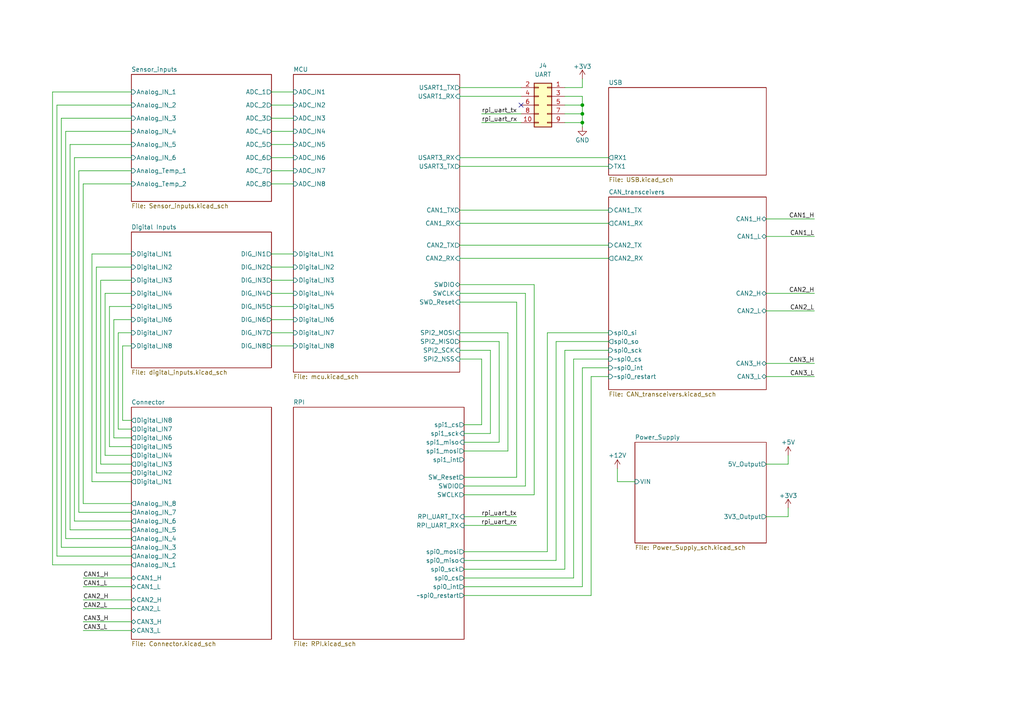
<source format=kicad_sch>
(kicad_sch
	(version 20231120)
	(generator "eeschema")
	(generator_version "8.0")
	(uuid "e98116d6-d764-40d2-a2d9-7fbc112dfc40")
	(paper "A4")
	(lib_symbols
		(symbol "Connector_Generic:Conn_02x05_Odd_Even"
			(pin_names
				(offset 1.016) hide)
			(exclude_from_sim no)
			(in_bom yes)
			(on_board yes)
			(property "Reference" "J"
				(at 1.27 7.62 0)
				(effects
					(font
						(size 1.27 1.27)
					)
				)
			)
			(property "Value" "Conn_02x05_Odd_Even"
				(at 1.27 -7.62 0)
				(effects
					(font
						(size 1.27 1.27)
					)
				)
			)
			(property "Footprint" ""
				(at 0 0 0)
				(effects
					(font
						(size 1.27 1.27)
					)
					(hide yes)
				)
			)
			(property "Datasheet" "~"
				(at 0 0 0)
				(effects
					(font
						(size 1.27 1.27)
					)
					(hide yes)
				)
			)
			(property "Description" "Generic connector, double row, 02x05, odd/even pin numbering scheme (row 1 odd numbers, row 2 even numbers), script generated (kicad-library-utils/schlib/autogen/connector/)"
				(at 0 0 0)
				(effects
					(font
						(size 1.27 1.27)
					)
					(hide yes)
				)
			)
			(property "ki_keywords" "connector"
				(at 0 0 0)
				(effects
					(font
						(size 1.27 1.27)
					)
					(hide yes)
				)
			)
			(property "ki_fp_filters" "Connector*:*_2x??_*"
				(at 0 0 0)
				(effects
					(font
						(size 1.27 1.27)
					)
					(hide yes)
				)
			)
			(symbol "Conn_02x05_Odd_Even_1_1"
				(rectangle
					(start -1.27 -4.953)
					(end 0 -5.207)
					(stroke
						(width 0.1524)
						(type default)
					)
					(fill
						(type none)
					)
				)
				(rectangle
					(start -1.27 -2.413)
					(end 0 -2.667)
					(stroke
						(width 0.1524)
						(type default)
					)
					(fill
						(type none)
					)
				)
				(rectangle
					(start -1.27 0.127)
					(end 0 -0.127)
					(stroke
						(width 0.1524)
						(type default)
					)
					(fill
						(type none)
					)
				)
				(rectangle
					(start -1.27 2.667)
					(end 0 2.413)
					(stroke
						(width 0.1524)
						(type default)
					)
					(fill
						(type none)
					)
				)
				(rectangle
					(start -1.27 5.207)
					(end 0 4.953)
					(stroke
						(width 0.1524)
						(type default)
					)
					(fill
						(type none)
					)
				)
				(rectangle
					(start -1.27 6.35)
					(end 3.81 -6.35)
					(stroke
						(width 0.254)
						(type default)
					)
					(fill
						(type background)
					)
				)
				(rectangle
					(start 3.81 -4.953)
					(end 2.54 -5.207)
					(stroke
						(width 0.1524)
						(type default)
					)
					(fill
						(type none)
					)
				)
				(rectangle
					(start 3.81 -2.413)
					(end 2.54 -2.667)
					(stroke
						(width 0.1524)
						(type default)
					)
					(fill
						(type none)
					)
				)
				(rectangle
					(start 3.81 0.127)
					(end 2.54 -0.127)
					(stroke
						(width 0.1524)
						(type default)
					)
					(fill
						(type none)
					)
				)
				(rectangle
					(start 3.81 2.667)
					(end 2.54 2.413)
					(stroke
						(width 0.1524)
						(type default)
					)
					(fill
						(type none)
					)
				)
				(rectangle
					(start 3.81 5.207)
					(end 2.54 4.953)
					(stroke
						(width 0.1524)
						(type default)
					)
					(fill
						(type none)
					)
				)
				(pin passive line
					(at -5.08 5.08 0)
					(length 3.81)
					(name "Pin_1"
						(effects
							(font
								(size 1.27 1.27)
							)
						)
					)
					(number "1"
						(effects
							(font
								(size 1.27 1.27)
							)
						)
					)
				)
				(pin passive line
					(at 7.62 -5.08 180)
					(length 3.81)
					(name "Pin_10"
						(effects
							(font
								(size 1.27 1.27)
							)
						)
					)
					(number "10"
						(effects
							(font
								(size 1.27 1.27)
							)
						)
					)
				)
				(pin passive line
					(at 7.62 5.08 180)
					(length 3.81)
					(name "Pin_2"
						(effects
							(font
								(size 1.27 1.27)
							)
						)
					)
					(number "2"
						(effects
							(font
								(size 1.27 1.27)
							)
						)
					)
				)
				(pin passive line
					(at -5.08 2.54 0)
					(length 3.81)
					(name "Pin_3"
						(effects
							(font
								(size 1.27 1.27)
							)
						)
					)
					(number "3"
						(effects
							(font
								(size 1.27 1.27)
							)
						)
					)
				)
				(pin passive line
					(at 7.62 2.54 180)
					(length 3.81)
					(name "Pin_4"
						(effects
							(font
								(size 1.27 1.27)
							)
						)
					)
					(number "4"
						(effects
							(font
								(size 1.27 1.27)
							)
						)
					)
				)
				(pin passive line
					(at -5.08 0 0)
					(length 3.81)
					(name "Pin_5"
						(effects
							(font
								(size 1.27 1.27)
							)
						)
					)
					(number "5"
						(effects
							(font
								(size 1.27 1.27)
							)
						)
					)
				)
				(pin passive line
					(at 7.62 0 180)
					(length 3.81)
					(name "Pin_6"
						(effects
							(font
								(size 1.27 1.27)
							)
						)
					)
					(number "6"
						(effects
							(font
								(size 1.27 1.27)
							)
						)
					)
				)
				(pin passive line
					(at -5.08 -2.54 0)
					(length 3.81)
					(name "Pin_7"
						(effects
							(font
								(size 1.27 1.27)
							)
						)
					)
					(number "7"
						(effects
							(font
								(size 1.27 1.27)
							)
						)
					)
				)
				(pin passive line
					(at 7.62 -2.54 180)
					(length 3.81)
					(name "Pin_8"
						(effects
							(font
								(size 1.27 1.27)
							)
						)
					)
					(number "8"
						(effects
							(font
								(size 1.27 1.27)
							)
						)
					)
				)
				(pin passive line
					(at -5.08 -5.08 0)
					(length 3.81)
					(name "Pin_9"
						(effects
							(font
								(size 1.27 1.27)
							)
						)
					)
					(number "9"
						(effects
							(font
								(size 1.27 1.27)
							)
						)
					)
				)
			)
		)
		(symbol "power:+12V"
			(power)
			(pin_names
				(offset 0)
			)
			(exclude_from_sim no)
			(in_bom yes)
			(on_board yes)
			(property "Reference" "#PWR"
				(at 0 -3.81 0)
				(effects
					(font
						(size 1.27 1.27)
					)
					(hide yes)
				)
			)
			(property "Value" "+12V"
				(at 0 3.556 0)
				(effects
					(font
						(size 1.27 1.27)
					)
				)
			)
			(property "Footprint" ""
				(at 0 0 0)
				(effects
					(font
						(size 1.27 1.27)
					)
					(hide yes)
				)
			)
			(property "Datasheet" ""
				(at 0 0 0)
				(effects
					(font
						(size 1.27 1.27)
					)
					(hide yes)
				)
			)
			(property "Description" "Power symbol creates a global label with name \"+12V\""
				(at 0 0 0)
				(effects
					(font
						(size 1.27 1.27)
					)
					(hide yes)
				)
			)
			(property "ki_keywords" "global power"
				(at 0 0 0)
				(effects
					(font
						(size 1.27 1.27)
					)
					(hide yes)
				)
			)
			(symbol "+12V_0_1"
				(polyline
					(pts
						(xy -0.762 1.27) (xy 0 2.54)
					)
					(stroke
						(width 0)
						(type default)
					)
					(fill
						(type none)
					)
				)
				(polyline
					(pts
						(xy 0 0) (xy 0 2.54)
					)
					(stroke
						(width 0)
						(type default)
					)
					(fill
						(type none)
					)
				)
				(polyline
					(pts
						(xy 0 2.54) (xy 0.762 1.27)
					)
					(stroke
						(width 0)
						(type default)
					)
					(fill
						(type none)
					)
				)
			)
			(symbol "+12V_1_1"
				(pin power_in line
					(at 0 0 90)
					(length 0) hide
					(name "+12V"
						(effects
							(font
								(size 1.27 1.27)
							)
						)
					)
					(number "1"
						(effects
							(font
								(size 1.27 1.27)
							)
						)
					)
				)
			)
		)
		(symbol "power:+3V3"
			(power)
			(pin_numbers hide)
			(pin_names
				(offset 0) hide)
			(exclude_from_sim no)
			(in_bom yes)
			(on_board yes)
			(property "Reference" "#PWR"
				(at 0 -3.81 0)
				(effects
					(font
						(size 1.27 1.27)
					)
					(hide yes)
				)
			)
			(property "Value" "+3V3"
				(at 0 3.556 0)
				(effects
					(font
						(size 1.27 1.27)
					)
				)
			)
			(property "Footprint" ""
				(at 0 0 0)
				(effects
					(font
						(size 1.27 1.27)
					)
					(hide yes)
				)
			)
			(property "Datasheet" ""
				(at 0 0 0)
				(effects
					(font
						(size 1.27 1.27)
					)
					(hide yes)
				)
			)
			(property "Description" "Power symbol creates a global label with name \"+3V3\""
				(at 0 0 0)
				(effects
					(font
						(size 1.27 1.27)
					)
					(hide yes)
				)
			)
			(property "ki_keywords" "global power"
				(at 0 0 0)
				(effects
					(font
						(size 1.27 1.27)
					)
					(hide yes)
				)
			)
			(symbol "+3V3_0_1"
				(polyline
					(pts
						(xy -0.762 1.27) (xy 0 2.54)
					)
					(stroke
						(width 0)
						(type default)
					)
					(fill
						(type none)
					)
				)
				(polyline
					(pts
						(xy 0 0) (xy 0 2.54)
					)
					(stroke
						(width 0)
						(type default)
					)
					(fill
						(type none)
					)
				)
				(polyline
					(pts
						(xy 0 2.54) (xy 0.762 1.27)
					)
					(stroke
						(width 0)
						(type default)
					)
					(fill
						(type none)
					)
				)
			)
			(symbol "+3V3_1_1"
				(pin power_in line
					(at 0 0 90)
					(length 0)
					(name "~"
						(effects
							(font
								(size 1.27 1.27)
							)
						)
					)
					(number "1"
						(effects
							(font
								(size 1.27 1.27)
							)
						)
					)
				)
			)
		)
		(symbol "power:+5V"
			(power)
			(pin_names
				(offset 0)
			)
			(exclude_from_sim no)
			(in_bom yes)
			(on_board yes)
			(property "Reference" "#PWR"
				(at 0 -3.81 0)
				(effects
					(font
						(size 1.27 1.27)
					)
					(hide yes)
				)
			)
			(property "Value" "+5V"
				(at 0 3.556 0)
				(effects
					(font
						(size 1.27 1.27)
					)
				)
			)
			(property "Footprint" ""
				(at 0 0 0)
				(effects
					(font
						(size 1.27 1.27)
					)
					(hide yes)
				)
			)
			(property "Datasheet" ""
				(at 0 0 0)
				(effects
					(font
						(size 1.27 1.27)
					)
					(hide yes)
				)
			)
			(property "Description" "Power symbol creates a global label with name \"+5V\""
				(at 0 0 0)
				(effects
					(font
						(size 1.27 1.27)
					)
					(hide yes)
				)
			)
			(property "ki_keywords" "power-flag"
				(at 0 0 0)
				(effects
					(font
						(size 1.27 1.27)
					)
					(hide yes)
				)
			)
			(symbol "+5V_0_1"
				(polyline
					(pts
						(xy -0.762 1.27) (xy 0 2.54)
					)
					(stroke
						(width 0)
						(type default)
					)
					(fill
						(type none)
					)
				)
				(polyline
					(pts
						(xy 0 0) (xy 0 2.54)
					)
					(stroke
						(width 0)
						(type default)
					)
					(fill
						(type none)
					)
				)
				(polyline
					(pts
						(xy 0 2.54) (xy 0.762 1.27)
					)
					(stroke
						(width 0)
						(type default)
					)
					(fill
						(type none)
					)
				)
			)
			(symbol "+5V_1_1"
				(pin power_in line
					(at 0 0 90)
					(length 0) hide
					(name "+5V"
						(effects
							(font
								(size 1.27 1.27)
							)
						)
					)
					(number "1"
						(effects
							(font
								(size 1.27 1.27)
							)
						)
					)
				)
			)
		)
		(symbol "power:GND"
			(power)
			(pin_numbers hide)
			(pin_names
				(offset 0) hide)
			(exclude_from_sim no)
			(in_bom yes)
			(on_board yes)
			(property "Reference" "#PWR"
				(at 0 -6.35 0)
				(effects
					(font
						(size 1.27 1.27)
					)
					(hide yes)
				)
			)
			(property "Value" "GND"
				(at 0 -3.81 0)
				(effects
					(font
						(size 1.27 1.27)
					)
				)
			)
			(property "Footprint" ""
				(at 0 0 0)
				(effects
					(font
						(size 1.27 1.27)
					)
					(hide yes)
				)
			)
			(property "Datasheet" ""
				(at 0 0 0)
				(effects
					(font
						(size 1.27 1.27)
					)
					(hide yes)
				)
			)
			(property "Description" "Power symbol creates a global label with name \"GND\" , ground"
				(at 0 0 0)
				(effects
					(font
						(size 1.27 1.27)
					)
					(hide yes)
				)
			)
			(property "ki_keywords" "global power"
				(at 0 0 0)
				(effects
					(font
						(size 1.27 1.27)
					)
					(hide yes)
				)
			)
			(symbol "GND_0_1"
				(polyline
					(pts
						(xy 0 0) (xy 0 -1.27) (xy 1.27 -1.27) (xy 0 -2.54) (xy -1.27 -1.27) (xy 0 -1.27)
					)
					(stroke
						(width 0)
						(type default)
					)
					(fill
						(type none)
					)
				)
			)
			(symbol "GND_1_1"
				(pin power_in line
					(at 0 0 270)
					(length 0)
					(name "~"
						(effects
							(font
								(size 1.27 1.27)
							)
						)
					)
					(number "1"
						(effects
							(font
								(size 1.27 1.27)
							)
						)
					)
				)
			)
		)
	)
	(junction
		(at 168.91 33.02)
		(diameter 0)
		(color 0 0 0 0)
		(uuid "3422dee6-397c-4997-af2e-17668a4985bf")
	)
	(junction
		(at 168.91 35.56)
		(diameter 0)
		(color 0 0 0 0)
		(uuid "6021cbc7-ec07-41ab-b8b8-1e9581e363da")
	)
	(junction
		(at 168.91 30.48)
		(diameter 0)
		(color 0 0 0 0)
		(uuid "68d5ee87-8ff6-4d9e-93a2-2ac2eb72cebd")
	)
	(no_connect
		(at 151.13 30.48)
		(uuid "f33f5de1-7368-415a-9f6d-5950e206d291")
	)
	(wire
		(pts
			(xy 38.1 77.47) (xy 27.94 77.47)
		)
		(stroke
			(width 0)
			(type default)
		)
		(uuid "005ffe02-e7b8-4945-b5ce-807f000d9fc0")
	)
	(wire
		(pts
			(xy 154.94 143.51) (xy 154.94 82.55)
		)
		(stroke
			(width 0)
			(type default)
		)
		(uuid "06a434e8-b35c-4606-9691-a48c37b86abe")
	)
	(wire
		(pts
			(xy 33.02 127) (xy 33.02 92.71)
		)
		(stroke
			(width 0)
			(type default)
		)
		(uuid "07714243-2e27-4831-8b1e-be6904307775")
	)
	(wire
		(pts
			(xy 134.62 172.72) (xy 171.45 172.72)
		)
		(stroke
			(width 0)
			(type default)
		)
		(uuid "0aaf4bc9-880e-41aa-a739-18beacd7b446")
	)
	(wire
		(pts
			(xy 163.83 101.6) (xy 176.53 101.6)
		)
		(stroke
			(width 0)
			(type default)
		)
		(uuid "0c074089-d545-453b-93af-6448c6e93ea9")
	)
	(wire
		(pts
			(xy 222.25 90.17) (xy 236.22 90.17)
		)
		(stroke
			(width 0)
			(type default)
		)
		(uuid "0fbb1f34-83e6-4ab3-9f9b-9e01024d52c8")
	)
	(wire
		(pts
			(xy 38.1 146.05) (xy 24.13 146.05)
		)
		(stroke
			(width 0)
			(type default)
		)
		(uuid "10389850-a372-450a-a0a9-65f957af49a8")
	)
	(wire
		(pts
			(xy 15.24 26.67) (xy 15.24 163.83)
		)
		(stroke
			(width 0)
			(type default)
		)
		(uuid "109868d6-80d2-499d-9b47-62f9167a082f")
	)
	(wire
		(pts
			(xy 24.13 173.99) (xy 38.1 173.99)
		)
		(stroke
			(width 0)
			(type default)
		)
		(uuid "116c9223-3d4e-406a-9b55-642f740428e4")
	)
	(wire
		(pts
			(xy 38.1 153.67) (xy 20.32 153.67)
		)
		(stroke
			(width 0)
			(type default)
		)
		(uuid "169f664a-8426-44b6-a8a2-9eb5b62eb1f6")
	)
	(wire
		(pts
			(xy 171.45 109.22) (xy 176.53 109.22)
		)
		(stroke
			(width 0)
			(type default)
		)
		(uuid "18433d47-5b1a-4c48-9426-f35bd46b9470")
	)
	(wire
		(pts
			(xy 26.67 139.7) (xy 26.67 73.66)
		)
		(stroke
			(width 0)
			(type default)
		)
		(uuid "18cebd67-deb6-4e8f-9047-1a2bc829e14b")
	)
	(wire
		(pts
			(xy 38.1 127) (xy 33.02 127)
		)
		(stroke
			(width 0)
			(type default)
		)
		(uuid "1b0cf3c2-1968-4029-8ed6-dee58598ccf3")
	)
	(wire
		(pts
			(xy 134.62 143.51) (xy 154.94 143.51)
		)
		(stroke
			(width 0)
			(type default)
		)
		(uuid "1c9bc0dd-8bc7-41a4-9cf3-b894674851de")
	)
	(wire
		(pts
			(xy 222.25 149.86) (xy 228.6 149.86)
		)
		(stroke
			(width 0)
			(type default)
		)
		(uuid "1eb11b11-b577-4207-a989-38e4777a5ef7")
	)
	(wire
		(pts
			(xy 222.25 105.41) (xy 236.22 105.41)
		)
		(stroke
			(width 0)
			(type default)
		)
		(uuid "1ebff175-9317-43f9-9eb3-589830b7f20c")
	)
	(wire
		(pts
			(xy 78.74 45.72) (xy 85.09 45.72)
		)
		(stroke
			(width 0)
			(type default)
		)
		(uuid "1f09fc21-71b6-4a2e-9ff0-4413981a0738")
	)
	(wire
		(pts
			(xy 30.48 132.08) (xy 38.1 132.08)
		)
		(stroke
			(width 0)
			(type default)
		)
		(uuid "2371e7d6-1685-47c8-8992-86f874669d7c")
	)
	(wire
		(pts
			(xy 38.1 158.75) (xy 17.78 158.75)
		)
		(stroke
			(width 0)
			(type default)
		)
		(uuid "26eb2d7a-8a64-4636-8c36-ce4234795d55")
	)
	(wire
		(pts
			(xy 78.74 38.1) (xy 85.09 38.1)
		)
		(stroke
			(width 0)
			(type default)
		)
		(uuid "27247a47-655a-401c-981b-35380f170c63")
	)
	(wire
		(pts
			(xy 134.62 149.86) (xy 149.86 149.86)
		)
		(stroke
			(width 0)
			(type default)
		)
		(uuid "2a685dda-a1e0-422c-aa1e-878878f53428")
	)
	(wire
		(pts
			(xy 133.35 104.14) (xy 139.7 104.14)
		)
		(stroke
			(width 0)
			(type default)
		)
		(uuid "2ce2720e-c985-4e18-b498-7f4a7fdc36d5")
	)
	(wire
		(pts
			(xy 133.35 60.96) (xy 176.53 60.96)
		)
		(stroke
			(width 0)
			(type default)
		)
		(uuid "2dab85d5-b168-40a3-8c39-7001291ab1a9")
	)
	(wire
		(pts
			(xy 27.94 137.16) (xy 38.1 137.16)
		)
		(stroke
			(width 0)
			(type default)
		)
		(uuid "2debb104-8e11-4a66-b6d1-b060a7de367f")
	)
	(wire
		(pts
			(xy 78.74 30.48) (xy 85.09 30.48)
		)
		(stroke
			(width 0)
			(type default)
		)
		(uuid "2ebd7ef5-fea0-4b3e-91ff-9cfd1b5e9a4f")
	)
	(wire
		(pts
			(xy 222.25 63.5) (xy 236.22 63.5)
		)
		(stroke
			(width 0)
			(type default)
		)
		(uuid "30484a56-31eb-4ce7-89af-4dc3b5d890c1")
	)
	(wire
		(pts
			(xy 152.4 85.09) (xy 152.4 140.97)
		)
		(stroke
			(width 0)
			(type default)
		)
		(uuid "31743ee6-1327-4b8f-8145-866ac4720c37")
	)
	(wire
		(pts
			(xy 134.62 152.4) (xy 149.86 152.4)
		)
		(stroke
			(width 0)
			(type default)
		)
		(uuid "32847c70-6a92-494f-8e71-1d90f71be7ab")
	)
	(wire
		(pts
			(xy 24.13 170.18) (xy 38.1 170.18)
		)
		(stroke
			(width 0)
			(type default)
		)
		(uuid "32bedb3c-6bfb-410f-855a-13b702bea424")
	)
	(wire
		(pts
			(xy 154.94 82.55) (xy 133.35 82.55)
		)
		(stroke
			(width 0)
			(type default)
		)
		(uuid "33ee6072-1aac-45a5-8f0b-a71a6a492a75")
	)
	(wire
		(pts
			(xy 21.59 151.13) (xy 21.59 45.72)
		)
		(stroke
			(width 0)
			(type default)
		)
		(uuid "34881dba-83d1-434f-9e1d-742097d73687")
	)
	(wire
		(pts
			(xy 24.13 167.64) (xy 38.1 167.64)
		)
		(stroke
			(width 0)
			(type default)
		)
		(uuid "34e09ba0-d627-4bae-a36b-9b5019b78d96")
	)
	(wire
		(pts
			(xy 163.83 33.02) (xy 168.91 33.02)
		)
		(stroke
			(width 0)
			(type default)
		)
		(uuid "3739b313-6873-40be-a77d-d4a5e84d99ca")
	)
	(wire
		(pts
			(xy 134.62 165.1) (xy 163.83 165.1)
		)
		(stroke
			(width 0)
			(type default)
		)
		(uuid "380cb947-a855-4288-8a44-cdd5062f9012")
	)
	(wire
		(pts
			(xy 35.56 121.92) (xy 35.56 100.33)
		)
		(stroke
			(width 0)
			(type default)
		)
		(uuid "38e82613-e014-4ca7-b078-a049ce411ffc")
	)
	(wire
		(pts
			(xy 166.37 167.64) (xy 166.37 104.14)
		)
		(stroke
			(width 0)
			(type default)
		)
		(uuid "395a77dd-255b-4a0d-a04a-191f0d7f04fc")
	)
	(wire
		(pts
			(xy 38.1 148.59) (xy 22.86 148.59)
		)
		(stroke
			(width 0)
			(type default)
		)
		(uuid "3cdd7a52-4b0d-4a57-adf1-79e8bb44d0e5")
	)
	(wire
		(pts
			(xy 15.24 163.83) (xy 38.1 163.83)
		)
		(stroke
			(width 0)
			(type default)
		)
		(uuid "3db8e89c-a234-448f-88de-e6310ab87570")
	)
	(wire
		(pts
			(xy 133.35 74.93) (xy 176.53 74.93)
		)
		(stroke
			(width 0)
			(type default)
		)
		(uuid "413eb35b-0065-4bcf-9e36-dd70d78791f2")
	)
	(wire
		(pts
			(xy 168.91 27.94) (xy 168.91 30.48)
		)
		(stroke
			(width 0)
			(type default)
		)
		(uuid "428f489a-8e49-4cdb-9337-79cc3b5db379")
	)
	(wire
		(pts
			(xy 78.74 85.09) (xy 85.09 85.09)
		)
		(stroke
			(width 0)
			(type default)
		)
		(uuid "430c89b0-6ab6-4945-ae60-fda0ae6372a6")
	)
	(wire
		(pts
			(xy 144.78 99.06) (xy 144.78 128.27)
		)
		(stroke
			(width 0)
			(type default)
		)
		(uuid "43bb171a-8aa4-4a32-876f-9e228b971692")
	)
	(wire
		(pts
			(xy 30.48 85.09) (xy 30.48 132.08)
		)
		(stroke
			(width 0)
			(type default)
		)
		(uuid "47286187-01b1-4e57-bda0-4cac7151b406")
	)
	(wire
		(pts
			(xy 142.24 125.73) (xy 134.62 125.73)
		)
		(stroke
			(width 0)
			(type default)
		)
		(uuid "481b1ec6-bf8d-446c-afc9-a1f2e0677185")
	)
	(wire
		(pts
			(xy 168.91 170.18) (xy 168.91 106.68)
		)
		(stroke
			(width 0)
			(type default)
		)
		(uuid "4830f193-9a08-404c-9e87-33b04d534464")
	)
	(wire
		(pts
			(xy 29.21 134.62) (xy 29.21 81.28)
		)
		(stroke
			(width 0)
			(type default)
		)
		(uuid "48478e40-3d72-4879-9778-cfdcc0e32530")
	)
	(wire
		(pts
			(xy 168.91 106.68) (xy 176.53 106.68)
		)
		(stroke
			(width 0)
			(type default)
		)
		(uuid "48eb32d0-182a-497a-a3e2-d00d3d3a3670")
	)
	(wire
		(pts
			(xy 38.1 129.54) (xy 31.75 129.54)
		)
		(stroke
			(width 0)
			(type default)
		)
		(uuid "4d54dffc-727b-49d5-81a1-69fa7883da29")
	)
	(wire
		(pts
			(xy 134.62 160.02) (xy 158.75 160.02)
		)
		(stroke
			(width 0)
			(type default)
		)
		(uuid "4dbd9a2f-9e0a-47eb-9a47-7d24d2e09f78")
	)
	(wire
		(pts
			(xy 34.29 96.52) (xy 34.29 124.46)
		)
		(stroke
			(width 0)
			(type default)
		)
		(uuid "4e6cee79-e531-4f77-a934-7e2633a5d718")
	)
	(wire
		(pts
			(xy 24.13 146.05) (xy 24.13 53.34)
		)
		(stroke
			(width 0)
			(type default)
		)
		(uuid "51274d55-f205-4343-b84a-76d785fca7b5")
	)
	(wire
		(pts
			(xy 133.35 85.09) (xy 152.4 85.09)
		)
		(stroke
			(width 0)
			(type default)
		)
		(uuid "53778842-073a-4327-9bde-c643d35930f5")
	)
	(wire
		(pts
			(xy 31.75 88.9) (xy 38.1 88.9)
		)
		(stroke
			(width 0)
			(type default)
		)
		(uuid "57a995c0-a207-4230-8f6e-c908f5de94e2")
	)
	(wire
		(pts
			(xy 133.35 27.94) (xy 151.13 27.94)
		)
		(stroke
			(width 0)
			(type default)
		)
		(uuid "595eb348-ad33-4a58-a72e-996c1516e47f")
	)
	(wire
		(pts
			(xy 184.15 139.7) (xy 179.07 139.7)
		)
		(stroke
			(width 0)
			(type default)
		)
		(uuid "5dc1e746-05bd-4b60-bc37-954f97ab344c")
	)
	(wire
		(pts
			(xy 78.74 49.53) (xy 85.09 49.53)
		)
		(stroke
			(width 0)
			(type default)
		)
		(uuid "5dc67192-7228-48d3-9ad0-a3d7ad03430c")
	)
	(wire
		(pts
			(xy 133.35 64.77) (xy 176.53 64.77)
		)
		(stroke
			(width 0)
			(type default)
		)
		(uuid "5e7375b9-c650-4a1e-9b69-18ddd7177eee")
	)
	(wire
		(pts
			(xy 166.37 104.14) (xy 176.53 104.14)
		)
		(stroke
			(width 0)
			(type default)
		)
		(uuid "5e85c3fa-daf7-4586-bde3-e3f007dea258")
	)
	(wire
		(pts
			(xy 133.35 45.72) (xy 176.53 45.72)
		)
		(stroke
			(width 0)
			(type default)
		)
		(uuid "5effde2a-9e0f-4910-a976-9a544d0a91ed")
	)
	(wire
		(pts
			(xy 78.74 92.71) (xy 85.09 92.71)
		)
		(stroke
			(width 0)
			(type default)
		)
		(uuid "615bf594-df62-470a-a4cc-96fa1c9b3f22")
	)
	(wire
		(pts
			(xy 168.91 33.02) (xy 168.91 35.56)
		)
		(stroke
			(width 0)
			(type default)
		)
		(uuid "61a0d98b-7f23-414d-a2c8-2791d5429ba0")
	)
	(wire
		(pts
			(xy 78.74 88.9) (xy 85.09 88.9)
		)
		(stroke
			(width 0)
			(type default)
		)
		(uuid "62326e55-b88a-4dd8-a424-fe18fd4fa986")
	)
	(wire
		(pts
			(xy 38.1 26.67) (xy 15.24 26.67)
		)
		(stroke
			(width 0)
			(type default)
		)
		(uuid "6437a478-7efb-420a-b70c-590211830826")
	)
	(wire
		(pts
			(xy 133.35 25.4) (xy 151.13 25.4)
		)
		(stroke
			(width 0)
			(type default)
		)
		(uuid "65067a19-73f1-4308-ac95-4b8458d2e736")
	)
	(wire
		(pts
			(xy 222.25 68.58) (xy 236.22 68.58)
		)
		(stroke
			(width 0)
			(type default)
		)
		(uuid "68d5d5e6-39b7-43ab-896a-5e46d4518abe")
	)
	(wire
		(pts
			(xy 26.67 73.66) (xy 38.1 73.66)
		)
		(stroke
			(width 0)
			(type default)
		)
		(uuid "6aa3e291-eb5a-4eaa-9882-10e1f53d8d5d")
	)
	(wire
		(pts
			(xy 16.51 30.48) (xy 38.1 30.48)
		)
		(stroke
			(width 0)
			(type default)
		)
		(uuid "6f60f727-ba39-4384-9595-0e0a942e90fe")
	)
	(wire
		(pts
			(xy 17.78 34.29) (xy 38.1 34.29)
		)
		(stroke
			(width 0)
			(type default)
		)
		(uuid "6ff0f6c6-7ea7-453e-8118-ad046ac88c9c")
	)
	(wire
		(pts
			(xy 78.74 73.66) (xy 85.09 73.66)
		)
		(stroke
			(width 0)
			(type default)
		)
		(uuid "72700eaf-d86b-426a-b947-f192914b436a")
	)
	(wire
		(pts
			(xy 142.24 101.6) (xy 142.24 125.73)
		)
		(stroke
			(width 0)
			(type default)
		)
		(uuid "73bca017-4cfa-4123-af1c-8c300f69777a")
	)
	(wire
		(pts
			(xy 38.1 121.92) (xy 35.56 121.92)
		)
		(stroke
			(width 0)
			(type default)
		)
		(uuid "7470fb38-b9ef-4172-9dc1-c096392ac6e0")
	)
	(wire
		(pts
			(xy 78.74 26.67) (xy 85.09 26.67)
		)
		(stroke
			(width 0)
			(type default)
		)
		(uuid "76f41024-609f-4cf5-ab6e-51d3d30a073f")
	)
	(wire
		(pts
			(xy 158.75 160.02) (xy 158.75 96.52)
		)
		(stroke
			(width 0)
			(type default)
		)
		(uuid "77c2e8a0-9b27-470f-9a1f-1e6d53f4d59b")
	)
	(wire
		(pts
			(xy 139.7 104.14) (xy 139.7 123.19)
		)
		(stroke
			(width 0)
			(type default)
		)
		(uuid "79dec898-3a32-4f0d-a5f3-414ebd099c24")
	)
	(wire
		(pts
			(xy 179.07 139.7) (xy 179.07 135.89)
		)
		(stroke
			(width 0)
			(type default)
		)
		(uuid "7c185bbd-689b-44b9-a72d-be2bdcdcfe3f")
	)
	(wire
		(pts
			(xy 158.75 96.52) (xy 176.53 96.52)
		)
		(stroke
			(width 0)
			(type default)
		)
		(uuid "7c4e90eb-5e4d-441c-9d64-ca746e6dca39")
	)
	(wire
		(pts
			(xy 133.35 99.06) (xy 144.78 99.06)
		)
		(stroke
			(width 0)
			(type default)
		)
		(uuid "7e592cf7-0ce0-4f94-b488-f65c860e4583")
	)
	(wire
		(pts
			(xy 163.83 165.1) (xy 163.83 101.6)
		)
		(stroke
			(width 0)
			(type default)
		)
		(uuid "7eca6aa9-8e87-4836-ba6b-c94f492721ca")
	)
	(wire
		(pts
			(xy 222.25 85.09) (xy 236.22 85.09)
		)
		(stroke
			(width 0)
			(type default)
		)
		(uuid "8281b9c4-572c-492d-b138-999e2dbe15e9")
	)
	(wire
		(pts
			(xy 78.74 77.47) (xy 85.09 77.47)
		)
		(stroke
			(width 0)
			(type default)
		)
		(uuid "83059b5c-3df4-4518-8f4e-2835c7737919")
	)
	(wire
		(pts
			(xy 31.75 129.54) (xy 31.75 88.9)
		)
		(stroke
			(width 0)
			(type default)
		)
		(uuid "8553bb58-88be-4857-b400-61cc02d5b022")
	)
	(wire
		(pts
			(xy 163.83 25.4) (xy 168.91 25.4)
		)
		(stroke
			(width 0)
			(type default)
		)
		(uuid "86ab2442-79e6-4f7e-ac47-72bf62411069")
	)
	(wire
		(pts
			(xy 78.74 41.91) (xy 85.09 41.91)
		)
		(stroke
			(width 0)
			(type default)
		)
		(uuid "883eeb28-679f-4c88-a245-33908d1c6156")
	)
	(wire
		(pts
			(xy 38.1 139.7) (xy 26.67 139.7)
		)
		(stroke
			(width 0)
			(type default)
		)
		(uuid "8aa26388-7d57-41f1-91be-cb19fe5bad67")
	)
	(wire
		(pts
			(xy 168.91 25.4) (xy 168.91 22.86)
		)
		(stroke
			(width 0)
			(type default)
		)
		(uuid "8d28e463-2e92-4a0c-8cd2-f9c666f20532")
	)
	(wire
		(pts
			(xy 163.83 30.48) (xy 168.91 30.48)
		)
		(stroke
			(width 0)
			(type default)
		)
		(uuid "8f17bc23-d87b-4257-be19-6934c3f9e003")
	)
	(wire
		(pts
			(xy 19.05 156.21) (xy 19.05 38.1)
		)
		(stroke
			(width 0)
			(type default)
		)
		(uuid "8f604875-01bd-406f-8ebf-173595ced56a")
	)
	(wire
		(pts
			(xy 168.91 35.56) (xy 168.91 36.83)
		)
		(stroke
			(width 0)
			(type default)
		)
		(uuid "911015b9-b5b5-440f-ba79-db8369159eba")
	)
	(wire
		(pts
			(xy 22.86 49.53) (xy 38.1 49.53)
		)
		(stroke
			(width 0)
			(type default)
		)
		(uuid "93a0b3a0-c67b-4e6d-87b0-af81e488cf54")
	)
	(wire
		(pts
			(xy 228.6 149.86) (xy 228.6 147.32)
		)
		(stroke
			(width 0)
			(type default)
		)
		(uuid "97bb0f77-0b5b-4bb8-b6f6-39fd594e91d4")
	)
	(wire
		(pts
			(xy 134.62 138.43) (xy 149.86 138.43)
		)
		(stroke
			(width 0)
			(type default)
		)
		(uuid "9856524c-59fa-475c-9384-de6b5348c7d3")
	)
	(wire
		(pts
			(xy 134.62 170.18) (xy 168.91 170.18)
		)
		(stroke
			(width 0)
			(type default)
		)
		(uuid "a026f8ad-6fc5-43a2-8108-383f2df54259")
	)
	(wire
		(pts
			(xy 139.7 123.19) (xy 134.62 123.19)
		)
		(stroke
			(width 0)
			(type default)
		)
		(uuid "a1cd2ac5-543b-4fae-89f7-16e51548ab3c")
	)
	(wire
		(pts
			(xy 133.35 96.52) (xy 147.32 96.52)
		)
		(stroke
			(width 0)
			(type default)
		)
		(uuid "a82c261c-62da-4db9-af38-91521de74104")
	)
	(wire
		(pts
			(xy 134.62 162.56) (xy 161.29 162.56)
		)
		(stroke
			(width 0)
			(type default)
		)
		(uuid "a9ee0c73-9049-4ae3-b8b2-344e64ba5daa")
	)
	(wire
		(pts
			(xy 34.29 124.46) (xy 38.1 124.46)
		)
		(stroke
			(width 0)
			(type default)
		)
		(uuid "aa31546e-454e-4ac7-bea5-728c15d27b79")
	)
	(wire
		(pts
			(xy 24.13 53.34) (xy 38.1 53.34)
		)
		(stroke
			(width 0)
			(type default)
		)
		(uuid "accc0d70-074f-40fe-a4c6-e46ede5aadc9")
	)
	(wire
		(pts
			(xy 171.45 172.72) (xy 171.45 109.22)
		)
		(stroke
			(width 0)
			(type default)
		)
		(uuid "ad38dd68-c76c-47e5-a736-7f2b6e2e7967")
	)
	(wire
		(pts
			(xy 38.1 85.09) (xy 30.48 85.09)
		)
		(stroke
			(width 0)
			(type default)
		)
		(uuid "ada9ada9-673c-485f-8269-e705aa755062")
	)
	(wire
		(pts
			(xy 144.78 128.27) (xy 134.62 128.27)
		)
		(stroke
			(width 0)
			(type default)
		)
		(uuid "addc9849-f9d1-4161-b55e-8274de4ba207")
	)
	(wire
		(pts
			(xy 78.74 34.29) (xy 85.09 34.29)
		)
		(stroke
			(width 0)
			(type default)
		)
		(uuid "ae3bb3d6-9a31-4569-80df-dfde891e16da")
	)
	(wire
		(pts
			(xy 222.25 109.22) (xy 236.22 109.22)
		)
		(stroke
			(width 0)
			(type default)
		)
		(uuid "b4bd0c2e-2e8f-400d-93cf-7481db518a57")
	)
	(wire
		(pts
			(xy 163.83 27.94) (xy 168.91 27.94)
		)
		(stroke
			(width 0)
			(type default)
		)
		(uuid "b73742df-b71d-49c2-9259-e2db2672f26e")
	)
	(wire
		(pts
			(xy 24.13 180.34) (xy 38.1 180.34)
		)
		(stroke
			(width 0)
			(type default)
		)
		(uuid "b8096158-a012-4e46-a00b-8e0575841943")
	)
	(wire
		(pts
			(xy 78.74 53.34) (xy 85.09 53.34)
		)
		(stroke
			(width 0)
			(type default)
		)
		(uuid "bb081275-02c7-4a9f-a6b8-88365c89eaa1")
	)
	(wire
		(pts
			(xy 222.25 134.62) (xy 228.6 134.62)
		)
		(stroke
			(width 0)
			(type default)
		)
		(uuid "bb60f1b7-6c05-4b1b-b8dc-d2f6ef22c5bc")
	)
	(wire
		(pts
			(xy 152.4 140.97) (xy 134.62 140.97)
		)
		(stroke
			(width 0)
			(type default)
		)
		(uuid "bb685275-dd30-400a-bb3b-96446191d30d")
	)
	(wire
		(pts
			(xy 133.35 71.12) (xy 176.53 71.12)
		)
		(stroke
			(width 0)
			(type default)
		)
		(uuid "bd61b3cf-e3df-430f-94eb-95fe725d8bed")
	)
	(wire
		(pts
			(xy 38.1 151.13) (xy 21.59 151.13)
		)
		(stroke
			(width 0)
			(type default)
		)
		(uuid "c39585e9-7650-4120-b20a-53648c919cb7")
	)
	(wire
		(pts
			(xy 163.83 35.56) (xy 168.91 35.56)
		)
		(stroke
			(width 0)
			(type default)
		)
		(uuid "c54a0a05-9385-4a0e-b9ad-2a6b930d4fa8")
	)
	(wire
		(pts
			(xy 22.86 148.59) (xy 22.86 49.53)
		)
		(stroke
			(width 0)
			(type default)
		)
		(uuid "c8cb65c2-eb03-4a79-8da4-c105ef2f9927")
	)
	(wire
		(pts
			(xy 133.35 48.26) (xy 176.53 48.26)
		)
		(stroke
			(width 0)
			(type default)
		)
		(uuid "c94929ac-46d2-401e-8a84-27a4f8aade0a")
	)
	(wire
		(pts
			(xy 78.74 96.52) (xy 85.09 96.52)
		)
		(stroke
			(width 0)
			(type default)
		)
		(uuid "ca7501f4-af78-49e6-a2fe-5775f8555915")
	)
	(wire
		(pts
			(xy 21.59 45.72) (xy 38.1 45.72)
		)
		(stroke
			(width 0)
			(type default)
		)
		(uuid "cbbbca9e-91e4-428d-80e0-8c949cc07ba7")
	)
	(wire
		(pts
			(xy 139.7 35.56) (xy 151.13 35.56)
		)
		(stroke
			(width 0)
			(type default)
		)
		(uuid "cd23db3b-c5d7-41d5-bcce-4e94fcda1cc5")
	)
	(wire
		(pts
			(xy 161.29 162.56) (xy 161.29 99.06)
		)
		(stroke
			(width 0)
			(type default)
		)
		(uuid "ce956256-9574-4fbe-944d-2747d3230eed")
	)
	(wire
		(pts
			(xy 27.94 77.47) (xy 27.94 137.16)
		)
		(stroke
			(width 0)
			(type default)
		)
		(uuid "cf29ae2f-d1a5-4b4e-9c4d-edaef47c461e")
	)
	(wire
		(pts
			(xy 17.78 158.75) (xy 17.78 34.29)
		)
		(stroke
			(width 0)
			(type default)
		)
		(uuid "cf52b6bb-0545-4f71-b23a-91dc33063506")
	)
	(wire
		(pts
			(xy 147.32 130.81) (xy 134.62 130.81)
		)
		(stroke
			(width 0)
			(type default)
		)
		(uuid "cfc5d356-fae1-4a14-854f-3b931b7953a1")
	)
	(wire
		(pts
			(xy 35.56 100.33) (xy 38.1 100.33)
		)
		(stroke
			(width 0)
			(type default)
		)
		(uuid "d17d938d-e1ec-45f3-ba9e-4791689f0489")
	)
	(wire
		(pts
			(xy 19.05 38.1) (xy 38.1 38.1)
		)
		(stroke
			(width 0)
			(type default)
		)
		(uuid "d1b844cf-ab68-43b1-9e13-c4ceb896291a")
	)
	(wire
		(pts
			(xy 20.32 153.67) (xy 20.32 41.91)
		)
		(stroke
			(width 0)
			(type default)
		)
		(uuid "d30c87e6-ee20-4383-bae0-1b3b2989eaa7")
	)
	(wire
		(pts
			(xy 16.51 161.29) (xy 16.51 30.48)
		)
		(stroke
			(width 0)
			(type default)
		)
		(uuid "d5b9858e-5ccb-4919-9189-f2d4d2a00123")
	)
	(wire
		(pts
			(xy 134.62 167.64) (xy 166.37 167.64)
		)
		(stroke
			(width 0)
			(type default)
		)
		(uuid "d70dd30e-7cb4-4365-8b98-af8e87249782")
	)
	(wire
		(pts
			(xy 29.21 81.28) (xy 38.1 81.28)
		)
		(stroke
			(width 0)
			(type default)
		)
		(uuid "d878d272-dbf7-421f-8d41-b10bda33228a")
	)
	(wire
		(pts
			(xy 147.32 96.52) (xy 147.32 130.81)
		)
		(stroke
			(width 0)
			(type default)
		)
		(uuid "d9e256a5-53ca-4f83-96df-26b565053616")
	)
	(wire
		(pts
			(xy 228.6 134.62) (xy 228.6 132.08)
		)
		(stroke
			(width 0)
			(type default)
		)
		(uuid "dd666502-a69f-4a86-887f-7486cd85ad52")
	)
	(wire
		(pts
			(xy 139.7 33.02) (xy 151.13 33.02)
		)
		(stroke
			(width 0)
			(type default)
		)
		(uuid "debd1b14-8886-4895-be02-6856f4ed4e69")
	)
	(wire
		(pts
			(xy 20.32 41.91) (xy 38.1 41.91)
		)
		(stroke
			(width 0)
			(type default)
		)
		(uuid "e25a7393-0167-4016-afe9-fdb40ee9cae8")
	)
	(wire
		(pts
			(xy 168.91 30.48) (xy 168.91 33.02)
		)
		(stroke
			(width 0)
			(type default)
		)
		(uuid "e3620d12-6c59-4289-a79b-076536ba394b")
	)
	(wire
		(pts
			(xy 78.74 81.28) (xy 85.09 81.28)
		)
		(stroke
			(width 0)
			(type default)
		)
		(uuid "e7d9ee55-aa57-46f2-bf4e-4e3fb183cce7")
	)
	(wire
		(pts
			(xy 133.35 101.6) (xy 142.24 101.6)
		)
		(stroke
			(width 0)
			(type default)
		)
		(uuid "e9117648-a264-43e6-9b53-50267dac93f0")
	)
	(wire
		(pts
			(xy 33.02 92.71) (xy 38.1 92.71)
		)
		(stroke
			(width 0)
			(type default)
		)
		(uuid "eac0c993-6ac4-41b4-b5ba-21efe0e37a8c")
	)
	(wire
		(pts
			(xy 38.1 96.52) (xy 34.29 96.52)
		)
		(stroke
			(width 0)
			(type default)
		)
		(uuid "eb667fe2-6945-4759-8c75-db0754d71d5b")
	)
	(wire
		(pts
			(xy 24.13 176.53) (xy 38.1 176.53)
		)
		(stroke
			(width 0)
			(type default)
		)
		(uuid "ebdafa19-6ace-4c64-940f-5c3cd2b03808")
	)
	(wire
		(pts
			(xy 24.13 182.88) (xy 38.1 182.88)
		)
		(stroke
			(width 0)
			(type default)
		)
		(uuid "ec1639f2-3a80-48e4-a0f5-fd5ec72a9e7c")
	)
	(wire
		(pts
			(xy 149.86 87.63) (xy 133.35 87.63)
		)
		(stroke
			(width 0)
			(type default)
		)
		(uuid "ec1dec62-f018-4c96-9e5a-7b63e44ae708")
	)
	(wire
		(pts
			(xy 38.1 156.21) (xy 19.05 156.21)
		)
		(stroke
			(width 0)
			(type default)
		)
		(uuid "f2be6d86-3f41-47f3-973d-401f8989ed52")
	)
	(wire
		(pts
			(xy 38.1 161.29) (xy 16.51 161.29)
		)
		(stroke
			(width 0)
			(type default)
		)
		(uuid "f4a9e233-4df2-4d1b-9fea-49fc5426c6fc")
	)
	(wire
		(pts
			(xy 161.29 99.06) (xy 176.53 99.06)
		)
		(stroke
			(width 0)
			(type default)
		)
		(uuid "f78f8b9b-573c-4502-b656-0ec9deee4459")
	)
	(wire
		(pts
			(xy 149.86 138.43) (xy 149.86 87.63)
		)
		(stroke
			(width 0)
			(type default)
		)
		(uuid "fb762ac0-ae7e-4241-9a37-b066a83c5ee5")
	)
	(wire
		(pts
			(xy 38.1 134.62) (xy 29.21 134.62)
		)
		(stroke
			(width 0)
			(type default)
		)
		(uuid "fe7bc734-11f6-41ec-ab2e-5291f481c275")
	)
	(wire
		(pts
			(xy 78.74 100.33) (xy 85.09 100.33)
		)
		(stroke
			(width 0)
			(type default)
		)
		(uuid "ffb6b699-9b1d-40aa-97f9-94ea6989baaa")
	)
	(label "CAN2_H"
		(at 24.13 173.99 0)
		(fields_autoplaced yes)
		(effects
			(font
				(size 1.27 1.27)
			)
			(justify left bottom)
		)
		(uuid "1980613a-4a00-47be-aff8-7c5717550cbf")
	)
	(label "CAN2_H"
		(at 236.22 85.09 180)
		(fields_autoplaced yes)
		(effects
			(font
				(size 1.27 1.27)
			)
			(justify right bottom)
		)
		(uuid "34f5ef8a-375e-4381-8425-e4715e801682")
	)
	(label "CAN1_L"
		(at 24.13 170.18 0)
		(fields_autoplaced yes)
		(effects
			(font
				(size 1.27 1.27)
			)
			(justify left bottom)
		)
		(uuid "593fa82f-5abe-4224-9914-bfa52721ef5b")
	)
	(label "CAN2_L"
		(at 24.13 176.53 0)
		(fields_autoplaced yes)
		(effects
			(font
				(size 1.27 1.27)
			)
			(justify left bottom)
		)
		(uuid "6c91904c-05b5-431e-bc99-035e32dc1328")
	)
	(label "rpi_uart_tx"
		(at 149.86 149.86 180)
		(fields_autoplaced yes)
		(effects
			(font
				(size 1.27 1.27)
			)
			(justify right bottom)
		)
		(uuid "6d202c54-60b0-4b9d-88c2-8f4deeed1f94")
	)
	(label "CAN3_L"
		(at 236.22 109.22 180)
		(fields_autoplaced yes)
		(effects
			(font
				(size 1.27 1.27)
			)
			(justify right bottom)
		)
		(uuid "b3dcab6e-1cf3-4289-aae0-e976ecb7a333")
	)
	(label "rpi_uart_tx"
		(at 139.7 33.02 0)
		(fields_autoplaced yes)
		(effects
			(font
				(size 1.27 1.27)
			)
			(justify left bottom)
		)
		(uuid "b5000d20-11b4-42b8-a050-7ec507d49140")
	)
	(label "CAN2_L"
		(at 236.22 90.17 180)
		(fields_autoplaced yes)
		(effects
			(font
				(size 1.27 1.27)
			)
			(justify right bottom)
		)
		(uuid "b82f6ede-4712-411b-875e-a4a1400e88d5")
	)
	(label "CAN1_H"
		(at 24.13 167.64 0)
		(fields_autoplaced yes)
		(effects
			(font
				(size 1.27 1.27)
			)
			(justify left bottom)
		)
		(uuid "c55c014e-507c-4f2c-a59c-03d64b4d3efe")
	)
	(label "CAN3_H"
		(at 236.22 105.41 180)
		(fields_autoplaced yes)
		(effects
			(font
				(size 1.27 1.27)
			)
			(justify right bottom)
		)
		(uuid "c9c40bf8-987a-438a-bb32-fcbad4b9f314")
	)
	(label "CAN3_L"
		(at 24.13 182.88 0)
		(fields_autoplaced yes)
		(effects
			(font
				(size 1.27 1.27)
			)
			(justify left bottom)
		)
		(uuid "cdab2d05-ef39-4e91-a27f-b036360ca17e")
	)
	(label "rpi_uart_rx"
		(at 139.7 35.56 0)
		(fields_autoplaced yes)
		(effects
			(font
				(size 1.27 1.27)
			)
			(justify left bottom)
		)
		(uuid "d34bf247-85e7-438f-9566-7169a61c9b93")
	)
	(label "CAN1_L"
		(at 236.22 68.58 180)
		(fields_autoplaced yes)
		(effects
			(font
				(size 1.27 1.27)
			)
			(justify right bottom)
		)
		(uuid "d874539e-c70d-4960-a4c5-cfc9449af238")
	)
	(label "CAN3_H"
		(at 24.13 180.34 0)
		(fields_autoplaced yes)
		(effects
			(font
				(size 1.27 1.27)
			)
			(justify left bottom)
		)
		(uuid "e40ba1ea-89a2-4b0a-9e44-ec8210c58805")
	)
	(label "rpi_uart_rx"
		(at 149.86 152.4 180)
		(fields_autoplaced yes)
		(effects
			(font
				(size 1.27 1.27)
			)
			(justify right bottom)
		)
		(uuid "f3008759-d90c-43f5-b7bf-abb194a47a63")
	)
	(label "CAN1_H"
		(at 236.22 63.5 180)
		(fields_autoplaced yes)
		(effects
			(font
				(size 1.27 1.27)
			)
			(justify right bottom)
		)
		(uuid "f492be92-6bb1-46d4-bef4-010411a3c74a")
	)
	(symbol
		(lib_id "power:GND")
		(at 168.91 36.83 0)
		(unit 1)
		(exclude_from_sim no)
		(in_bom yes)
		(on_board yes)
		(dnp no)
		(uuid "12117742-0560-4618-a0c8-985e60c27374")
		(property "Reference" "#PWR055"
			(at 168.91 43.18 0)
			(effects
				(font
					(size 1.27 1.27)
				)
				(hide yes)
			)
		)
		(property "Value" "GND"
			(at 168.91 40.64 0)
			(effects
				(font
					(size 1.27 1.27)
				)
			)
		)
		(property "Footprint" ""
			(at 168.91 36.83 0)
			(effects
				(font
					(size 1.27 1.27)
				)
				(hide yes)
			)
		)
		(property "Datasheet" ""
			(at 168.91 36.83 0)
			(effects
				(font
					(size 1.27 1.27)
				)
				(hide yes)
			)
		)
		(property "Description" ""
			(at 168.91 36.83 0)
			(effects
				(font
					(size 1.27 1.27)
				)
				(hide yes)
			)
		)
		(pin "1"
			(uuid "2e338613-bb5d-40ec-85ae-e4445ff02668")
		)
		(instances
			(project "dats_stm32"
				(path "/e98116d6-d764-40d2-a2d9-7fbc112dfc40"
					(reference "#PWR055")
					(unit 1)
				)
			)
		)
	)
	(symbol
		(lib_id "Connector_Generic:Conn_02x05_Odd_Even")
		(at 158.75 30.48 0)
		(mirror y)
		(unit 1)
		(exclude_from_sim no)
		(in_bom yes)
		(on_board yes)
		(dnp no)
		(uuid "18cc6e18-f585-499f-8855-a350e7166292")
		(property "Reference" "J4"
			(at 157.48 19.05 0)
			(effects
				(font
					(size 1.27 1.27)
				)
			)
		)
		(property "Value" "UART"
			(at 157.48 21.59 0)
			(effects
				(font
					(size 1.27 1.27)
				)
			)
		)
		(property "Footprint" "Connector_PinHeader_1.27mm:PinHeader_2x05_P1.27mm_Vertical"
			(at 158.75 30.48 0)
			(effects
				(font
					(size 1.27 1.27)
				)
				(hide yes)
			)
		)
		(property "Datasheet" "~"
			(at 158.75 30.48 0)
			(effects
				(font
					(size 1.27 1.27)
				)
				(hide yes)
			)
		)
		(property "Description" "Generic connector, double row, 02x05, odd/even pin numbering scheme (row 1 odd numbers, row 2 even numbers), script generated (kicad-library-utils/schlib/autogen/connector/)"
			(at 158.75 30.48 0)
			(effects
				(font
					(size 1.27 1.27)
				)
				(hide yes)
			)
		)
		(pin "9"
			(uuid "59789873-250f-4971-a94a-8fc51bb5a7d6")
		)
		(pin "10"
			(uuid "d64432c6-341f-46f2-9c67-4072eef6bf8a")
		)
		(pin "6"
			(uuid "aaefcb24-e7c5-430d-86bb-89150c12257e")
		)
		(pin "4"
			(uuid "b2ee4771-f986-447b-ab04-69893d73cf10")
		)
		(pin "8"
			(uuid "f08922c7-5e1c-497d-8e44-3652c8949f55")
		)
		(pin "2"
			(uuid "feb2b3f5-0c4b-465b-964b-7424cd23c326")
		)
		(pin "1"
			(uuid "add77035-19e8-49f8-96e0-8c5e561e2cb9")
		)
		(pin "3"
			(uuid "8526ed69-13a0-475c-b52a-d5beddd92fbd")
		)
		(pin "5"
			(uuid "351d5386-44de-4a69-9941-8f9bce65e456")
		)
		(pin "7"
			(uuid "6193699a-a09d-4cbb-bb8f-2fb22629abf1")
		)
		(instances
			(project ""
				(path "/e98116d6-d764-40d2-a2d9-7fbc112dfc40"
					(reference "J4")
					(unit 1)
				)
			)
		)
	)
	(symbol
		(lib_id "power:+3V3")
		(at 168.91 22.86 0)
		(mirror y)
		(unit 1)
		(exclude_from_sim no)
		(in_bom yes)
		(on_board yes)
		(dnp no)
		(fields_autoplaced yes)
		(uuid "1af6c45d-ed82-40f3-9727-56ca1f9e75f0")
		(property "Reference" "#PWR012"
			(at 168.91 26.67 0)
			(effects
				(font
					(size 1.27 1.27)
				)
				(hide yes)
			)
		)
		(property "Value" "+3V3"
			(at 168.91 19.2842 0)
			(effects
				(font
					(size 1.27 1.27)
				)
			)
		)
		(property "Footprint" ""
			(at 168.91 22.86 0)
			(effects
				(font
					(size 1.27 1.27)
				)
				(hide yes)
			)
		)
		(property "Datasheet" ""
			(at 168.91 22.86 0)
			(effects
				(font
					(size 1.27 1.27)
				)
				(hide yes)
			)
		)
		(property "Description" ""
			(at 168.91 22.86 0)
			(effects
				(font
					(size 1.27 1.27)
				)
				(hide yes)
			)
		)
		(pin "1"
			(uuid "d820d576-bf41-4595-b5c1-fee3b0270432")
		)
		(instances
			(project "dats_stm32"
				(path "/e98116d6-d764-40d2-a2d9-7fbc112dfc40"
					(reference "#PWR012")
					(unit 1)
				)
			)
		)
	)
	(symbol
		(lib_id "power:+5V")
		(at 228.6 132.08 0)
		(unit 1)
		(exclude_from_sim no)
		(in_bom yes)
		(on_board yes)
		(dnp no)
		(uuid "1d343722-dccf-4727-bd5c-bf279741921e")
		(property "Reference" "#PWR0113"
			(at 228.6 135.89 0)
			(effects
				(font
					(size 1.27 1.27)
				)
				(hide yes)
			)
		)
		(property "Value" "+5V"
			(at 228.6 128.27 0)
			(effects
				(font
					(size 1.27 1.27)
				)
			)
		)
		(property "Footprint" ""
			(at 228.6 132.08 0)
			(effects
				(font
					(size 1.27 1.27)
				)
				(hide yes)
			)
		)
		(property "Datasheet" ""
			(at 228.6 132.08 0)
			(effects
				(font
					(size 1.27 1.27)
				)
				(hide yes)
			)
		)
		(property "Description" ""
			(at 228.6 132.08 0)
			(effects
				(font
					(size 1.27 1.27)
				)
				(hide yes)
			)
		)
		(pin "1"
			(uuid "0328bddc-fcea-481a-96ce-edc1817fe00b")
		)
		(instances
			(project "dats_stm32"
				(path "/e98116d6-d764-40d2-a2d9-7fbc112dfc40"
					(reference "#PWR0113")
					(unit 1)
				)
			)
		)
	)
	(symbol
		(lib_id "power:+3V3")
		(at 228.6 147.32 0)
		(unit 1)
		(exclude_from_sim no)
		(in_bom yes)
		(on_board yes)
		(dnp no)
		(uuid "6749618c-cfe8-49a8-aba3-50646b591fb2")
		(property "Reference" "#PWR0114"
			(at 228.6 151.13 0)
			(effects
				(font
					(size 1.27 1.27)
				)
				(hide yes)
			)
		)
		(property "Value" "+3V3"
			(at 228.6 143.764 0)
			(effects
				(font
					(size 1.27 1.27)
				)
			)
		)
		(property "Footprint" ""
			(at 228.6 147.32 0)
			(effects
				(font
					(size 1.27 1.27)
				)
				(hide yes)
			)
		)
		(property "Datasheet" ""
			(at 228.6 147.32 0)
			(effects
				(font
					(size 1.27 1.27)
				)
				(hide yes)
			)
		)
		(property "Description" ""
			(at 228.6 147.32 0)
			(effects
				(font
					(size 1.27 1.27)
				)
				(hide yes)
			)
		)
		(pin "1"
			(uuid "01f5099e-a1a7-4ff7-8932-a30c689d6be6")
		)
		(instances
			(project "dats_stm32"
				(path "/e98116d6-d764-40d2-a2d9-7fbc112dfc40"
					(reference "#PWR0114")
					(unit 1)
				)
			)
		)
	)
	(symbol
		(lib_id "power:+12V")
		(at 179.07 135.89 0)
		(unit 1)
		(exclude_from_sim no)
		(in_bom yes)
		(on_board yes)
		(dnp no)
		(uuid "a79069a7-3428-47b6-ada8-d873c565ce60")
		(property "Reference" "#PWR0112"
			(at 179.07 139.7 0)
			(effects
				(font
					(size 1.27 1.27)
				)
				(hide yes)
			)
		)
		(property "Value" "+12V"
			(at 179.07 132.08 0)
			(effects
				(font
					(size 1.27 1.27)
				)
			)
		)
		(property "Footprint" ""
			(at 179.07 135.89 0)
			(effects
				(font
					(size 1.27 1.27)
				)
				(hide yes)
			)
		)
		(property "Datasheet" ""
			(at 179.07 135.89 0)
			(effects
				(font
					(size 1.27 1.27)
				)
				(hide yes)
			)
		)
		(property "Description" ""
			(at 179.07 135.89 0)
			(effects
				(font
					(size 1.27 1.27)
				)
				(hide yes)
			)
		)
		(pin "1"
			(uuid "8ed8a30e-c4ef-41f1-a5cd-bc419ff8000b")
		)
		(instances
			(project "dats_stm32"
				(path "/e98116d6-d764-40d2-a2d9-7fbc112dfc40"
					(reference "#PWR0112")
					(unit 1)
				)
			)
		)
	)
	(sheet
		(at 85.09 21.59)
		(size 48.26 86.36)
		(fields_autoplaced yes)
		(stroke
			(width 0.1524)
			(type solid)
		)
		(fill
			(color 0 0 0 0.0000)
		)
		(uuid "2ed02b26-1995-493f-8f38-76ed3b9091b7")
		(property "Sheetname" "MCU"
			(at 85.09 20.8784 0)
			(effects
				(font
					(size 1.27 1.27)
				)
				(justify left bottom)
			)
		)
		(property "Sheetfile" "mcu.kicad_sch"
			(at 85.09 108.5346 0)
			(effects
				(font
					(size 1.27 1.27)
				)
				(justify left top)
			)
		)
		(pin "ADC_IN4" input
			(at 85.09 38.1 180)
			(effects
				(font
					(size 1.27 1.27)
				)
				(justify left)
			)
			(uuid "fed45f84-89ce-486b-8e7e-faf53dfb73e0")
		)
		(pin "ADC_IN1" input
			(at 85.09 26.67 180)
			(effects
				(font
					(size 1.27 1.27)
				)
				(justify left)
			)
			(uuid "22a1c200-4949-41c5-a010-f21c57d0d418")
		)
		(pin "ADC_IN3" input
			(at 85.09 34.29 180)
			(effects
				(font
					(size 1.27 1.27)
				)
				(justify left)
			)
			(uuid "4a63d9d5-2a18-496d-87e0-33b974208081")
		)
		(pin "ADC_IN2" input
			(at 85.09 30.48 180)
			(effects
				(font
					(size 1.27 1.27)
				)
				(justify left)
			)
			(uuid "02e5ddbb-5262-42a7-a2a4-44defd8a2d69")
		)
		(pin "ADC_IN5" input
			(at 85.09 41.91 180)
			(effects
				(font
					(size 1.27 1.27)
				)
				(justify left)
			)
			(uuid "24158936-cc85-4bcb-8213-4ba7e7cfa33c")
		)
		(pin "ADC_IN7" input
			(at 85.09 49.53 180)
			(effects
				(font
					(size 1.27 1.27)
				)
				(justify left)
			)
			(uuid "4185a9b5-20ea-4a9e-b6b9-d0373ffc258b")
		)
		(pin "ADC_IN6" input
			(at 85.09 45.72 180)
			(effects
				(font
					(size 1.27 1.27)
				)
				(justify left)
			)
			(uuid "e78fe89d-1d44-4909-8786-79a6016b7583")
		)
		(pin "ADC_IN8" input
			(at 85.09 53.34 180)
			(effects
				(font
					(size 1.27 1.27)
				)
				(justify left)
			)
			(uuid "6627083b-f9aa-4727-a997-c07e3933aec7")
		)
		(pin "CAN2_RX" input
			(at 133.35 74.93 0)
			(effects
				(font
					(size 1.27 1.27)
				)
				(justify right)
			)
			(uuid "00f5e402-73da-493a-91e9-f8fc9d5fadcf")
		)
		(pin "CAN2_TX" output
			(at 133.35 71.12 0)
			(effects
				(font
					(size 1.27 1.27)
				)
				(justify right)
			)
			(uuid "885b1218-0c8d-4461-8cc6-cc286d2ec079")
		)
		(pin "CAN1_TX" output
			(at 133.35 60.96 0)
			(effects
				(font
					(size 1.27 1.27)
				)
				(justify right)
			)
			(uuid "f0e1b0ee-14a1-4236-8d50-6c457222251d")
		)
		(pin "CAN1_RX" input
			(at 133.35 64.77 0)
			(effects
				(font
					(size 1.27 1.27)
				)
				(justify right)
			)
			(uuid "ee5e7261-3bf1-4f38-af58-42af3b29a121")
		)
		(pin "USART1_RX" input
			(at 133.35 27.94 0)
			(effects
				(font
					(size 1.27 1.27)
				)
				(justify right)
			)
			(uuid "bfc0c701-33ef-4f3f-9881-be337cf7576c")
		)
		(pin "USART1_TX" output
			(at 133.35 25.4 0)
			(effects
				(font
					(size 1.27 1.27)
				)
				(justify right)
			)
			(uuid "69bb3300-6624-4d75-8b1e-d01fde79b9ef")
		)
		(pin "USART3_RX" input
			(at 133.35 45.72 0)
			(effects
				(font
					(size 1.27 1.27)
				)
				(justify right)
			)
			(uuid "1087839b-5077-48ca-a152-14016d1b933b")
		)
		(pin "USART3_TX" output
			(at 133.35 48.26 0)
			(effects
				(font
					(size 1.27 1.27)
				)
				(justify right)
			)
			(uuid "4801c898-aa4c-43e1-8202-08c2d4d37b48")
		)
		(pin "SWDIO" bidirectional
			(at 133.35 82.55 0)
			(effects
				(font
					(size 1.27 1.27)
				)
				(justify right)
			)
			(uuid "c3813bb7-e89a-417a-95f6-e854fc126153")
		)
		(pin "SWCLK" input
			(at 133.35 85.09 0)
			(effects
				(font
					(size 1.27 1.27)
				)
				(justify right)
			)
			(uuid "58cd7e5f-c92e-49dd-b3df-31abaa40da7e")
		)
		(pin "SWD_Reset" input
			(at 133.35 87.63 0)
			(effects
				(font
					(size 1.27 1.27)
				)
				(justify right)
			)
			(uuid "568163be-b606-4851-83da-3fe417e31e3f")
		)
		(pin "Digital_IN1" input
			(at 85.09 73.66 180)
			(effects
				(font
					(size 1.27 1.27)
				)
				(justify left)
			)
			(uuid "cf794598-620b-4aba-adb8-18eb41a828f5")
		)
		(pin "Digital_IN2" input
			(at 85.09 77.47 180)
			(effects
				(font
					(size 1.27 1.27)
				)
				(justify left)
			)
			(uuid "17649c35-88f9-4e59-b693-6f0885bbfab5")
		)
		(pin "Digital_IN6" input
			(at 85.09 92.71 180)
			(effects
				(font
					(size 1.27 1.27)
				)
				(justify left)
			)
			(uuid "4f4fd324-a13c-491c-861f-07e7552d264f")
		)
		(pin "Digital_IN5" input
			(at 85.09 88.9 180)
			(effects
				(font
					(size 1.27 1.27)
				)
				(justify left)
			)
			(uuid "498d8457-c010-4152-a2c7-5a9e4db624a6")
		)
		(pin "Digital_IN4" input
			(at 85.09 85.09 180)
			(effects
				(font
					(size 1.27 1.27)
				)
				(justify left)
			)
			(uuid "0637a055-f6cd-4740-a621-6d53fa145d3d")
		)
		(pin "Digital_IN3" input
			(at 85.09 81.28 180)
			(effects
				(font
					(size 1.27 1.27)
				)
				(justify left)
			)
			(uuid "c8fca2b5-72c3-4ac0-ab5d-1da82847ccaa")
		)
		(pin "SPI2_MISO" output
			(at 133.35 99.06 0)
			(effects
				(font
					(size 1.27 1.27)
				)
				(justify right)
			)
			(uuid "ed3c3d9d-9291-4452-b78f-5aa1684752d9")
		)
		(pin "SPI2_MOSI" input
			(at 133.35 96.52 0)
			(effects
				(font
					(size 1.27 1.27)
				)
				(justify right)
			)
			(uuid "c270e969-8b2d-4719-af99-9431bc8bd513")
		)
		(pin "Digital_IN7" input
			(at 85.09 96.52 180)
			(effects
				(font
					(size 1.27 1.27)
				)
				(justify left)
			)
			(uuid "46b2d7f6-b18e-49b7-bf92-a6a9724ccc05")
		)
		(pin "Digital_IN8" input
			(at 85.09 100.33 180)
			(effects
				(font
					(size 1.27 1.27)
				)
				(justify left)
			)
			(uuid "e979711f-f92b-426f-a368-05882153c371")
		)
		(pin "SPI2_NSS" input
			(at 133.35 104.14 0)
			(effects
				(font
					(size 1.27 1.27)
				)
				(justify right)
			)
			(uuid "c5c20cb9-e761-4a4a-8857-97d802d4a694")
		)
		(pin "SPI2_SCK" input
			(at 133.35 101.6 0)
			(effects
				(font
					(size 1.27 1.27)
				)
				(justify right)
			)
			(uuid "c39e3be8-33fa-42c5-b04f-8c4f92f10733")
		)
		(instances
			(project "dats_stm32"
				(path "/e98116d6-d764-40d2-a2d9-7fbc112dfc40"
					(page "4")
				)
			)
		)
	)
	(sheet
		(at 38.1 118.11)
		(size 40.64 67.31)
		(fields_autoplaced yes)
		(stroke
			(width 0.1524)
			(type solid)
		)
		(fill
			(color 0 0 0 0.0000)
		)
		(uuid "41995c45-e971-4389-804b-501af38fdc4e")
		(property "Sheetname" "Connector"
			(at 38.1 117.3984 0)
			(effects
				(font
					(size 1.27 1.27)
				)
				(justify left bottom)
			)
		)
		(property "Sheetfile" "Connector.kicad_sch"
			(at 38.1 186.0046 0)
			(effects
				(font
					(size 1.27 1.27)
				)
				(justify left top)
			)
		)
		(pin "Analog_IN_4" output
			(at 38.1 156.21 180)
			(effects
				(font
					(size 1.27 1.27)
				)
				(justify left)
			)
			(uuid "ec1c981a-d51c-4b26-987a-7dc58db80c62")
		)
		(pin "Analog_IN_5" output
			(at 38.1 153.67 180)
			(effects
				(font
					(size 1.27 1.27)
				)
				(justify left)
			)
			(uuid "2d5c20aa-1647-4577-b914-71324db6971a")
		)
		(pin "Analog_IN_6" output
			(at 38.1 151.13 180)
			(effects
				(font
					(size 1.27 1.27)
				)
				(justify left)
			)
			(uuid "56b010a4-9378-4f6c-9118-e71e6b4a9d35")
		)
		(pin "Digital_IN1" output
			(at 38.1 139.7 180)
			(effects
				(font
					(size 1.27 1.27)
				)
				(justify left)
			)
			(uuid "7afb3280-64cf-4fb0-a50a-15f18d06593f")
		)
		(pin "Analog_IN_8" output
			(at 38.1 146.05 180)
			(effects
				(font
					(size 1.27 1.27)
				)
				(justify left)
			)
			(uuid "4165f400-e686-4a56-911f-a6f38853ae70")
		)
		(pin "Analog_IN_7" output
			(at 38.1 148.59 180)
			(effects
				(font
					(size 1.27 1.27)
				)
				(justify left)
			)
			(uuid "9fb59dc0-7125-4e22-a7d3-b6895037993e")
		)
		(pin "Analog_IN_1" output
			(at 38.1 163.83 180)
			(effects
				(font
					(size 1.27 1.27)
				)
				(justify left)
			)
			(uuid "f03dc813-5d92-4b5f-8de3-365625c1027f")
		)
		(pin "Analog_IN_2" output
			(at 38.1 161.29 180)
			(effects
				(font
					(size 1.27 1.27)
				)
				(justify left)
			)
			(uuid "18fc00f3-0b3a-4897-9cae-0206710a425c")
		)
		(pin "Analog_IN_3" output
			(at 38.1 158.75 180)
			(effects
				(font
					(size 1.27 1.27)
				)
				(justify left)
			)
			(uuid "ac00d209-956a-494d-b09f-43019fe9f625")
		)
		(pin "Digital_IN8" output
			(at 38.1 121.92 180)
			(effects
				(font
					(size 1.27 1.27)
				)
				(justify left)
			)
			(uuid "554ad379-8185-4540-b20c-d701ecbab2a2")
		)
		(pin "Digital_IN7" output
			(at 38.1 124.46 180)
			(effects
				(font
					(size 1.27 1.27)
				)
				(justify left)
			)
			(uuid "dbb735d8-5c29-4caa-8235-edfcaf3dd552")
		)
		(pin "Digital_IN6" output
			(at 38.1 127 180)
			(effects
				(font
					(size 1.27 1.27)
				)
				(justify left)
			)
			(uuid "dc81d968-5450-43bd-92a6-a5c80f01b778")
		)
		(pin "Digital_IN2" output
			(at 38.1 137.16 180)
			(effects
				(font
					(size 1.27 1.27)
				)
				(justify left)
			)
			(uuid "3b1e6507-ac7e-4504-ac69-6aa25636dfee")
		)
		(pin "Digital_IN5" output
			(at 38.1 129.54 180)
			(effects
				(font
					(size 1.27 1.27)
				)
				(justify left)
			)
			(uuid "2e886486-242c-4746-af55-49c208c94e79")
		)
		(pin "Digital_IN3" output
			(at 38.1 134.62 180)
			(effects
				(font
					(size 1.27 1.27)
				)
				(justify left)
			)
			(uuid "3447cfb1-9b1f-441f-b19b-c572415c7b4f")
		)
		(pin "Digital_IN4" output
			(at 38.1 132.08 180)
			(effects
				(font
					(size 1.27 1.27)
				)
				(justify left)
			)
			(uuid "cb954bf8-cbac-4f1e-b1ca-a4d644e63778")
		)
		(pin "CAN1_H" bidirectional
			(at 38.1 167.64 180)
			(effects
				(font
					(size 1.27 1.27)
				)
				(justify left)
			)
			(uuid "16e5fea1-e3e4-4ded-87cd-6bba8ecca810")
		)
		(pin "CAN1_L" bidirectional
			(at 38.1 170.18 180)
			(effects
				(font
					(size 1.27 1.27)
				)
				(justify left)
			)
			(uuid "a021656a-917e-457b-85bf-c14badc9f2f6")
		)
		(pin "CAN2_H" bidirectional
			(at 38.1 173.99 180)
			(effects
				(font
					(size 1.27 1.27)
				)
				(justify left)
			)
			(uuid "5a29bccd-5eab-423e-a06e-162286d82218")
		)
		(pin "CAN2_L" bidirectional
			(at 38.1 176.53 180)
			(effects
				(font
					(size 1.27 1.27)
				)
				(justify left)
			)
			(uuid "74933eae-8af4-4e09-ba05-f83e7d439c40")
		)
		(pin "CAN3_H" bidirectional
			(at 38.1 180.34 180)
			(effects
				(font
					(size 1.27 1.27)
				)
				(justify left)
			)
			(uuid "a07229a7-da38-4ddc-bf17-24eccea4bef4")
		)
		(pin "CAN3_L" bidirectional
			(at 38.1 182.88 180)
			(effects
				(font
					(size 1.27 1.27)
				)
				(justify left)
			)
			(uuid "f9258ac3-cca4-4ae2-b1d9-036b8a3f0410")
		)
		(instances
			(project "dats_stm32"
				(path "/e98116d6-d764-40d2-a2d9-7fbc112dfc40"
					(page "7")
				)
			)
		)
	)
	(sheet
		(at 184.15 128.27)
		(size 38.1 29.21)
		(fields_autoplaced yes)
		(stroke
			(width 0.1524)
			(type solid)
		)
		(fill
			(color 0 0 0 0.0000)
		)
		(uuid "6466cccb-9f5a-4323-9e9a-89235c7e7b9b")
		(property "Sheetname" "Power_Supply"
			(at 184.15 127.5584 0)
			(effects
				(font
					(size 1.27 1.27)
				)
				(justify left bottom)
			)
		)
		(property "Sheetfile" "Power_Supply_sch.kicad_sch"
			(at 184.15 158.0646 0)
			(effects
				(font
					(size 1.27 1.27)
				)
				(justify left top)
			)
		)
		(pin "VIN" input
			(at 184.15 139.7 180)
			(effects
				(font
					(size 1.27 1.27)
				)
				(justify left)
			)
			(uuid "2bfda111-ae26-44c2-8b49-c72e74d07a60")
		)
		(pin "5V_Output" output
			(at 222.25 134.62 0)
			(effects
				(font
					(size 1.27 1.27)
				)
				(justify right)
			)
			(uuid "20460270-2699-41db-88b2-6accc94d3d4d")
		)
		(pin "3V3_Output" output
			(at 222.25 149.86 0)
			(effects
				(font
					(size 1.27 1.27)
				)
				(justify right)
			)
			(uuid "b6a3eddd-c713-4fca-8353-12ab73b1f9b5")
		)
		(instances
			(project "dats_stm32"
				(path "/e98116d6-d764-40d2-a2d9-7fbc112dfc40"
					(page "8")
				)
			)
		)
	)
	(sheet
		(at 38.1 67.31)
		(size 40.64 39.37)
		(fields_autoplaced yes)
		(stroke
			(width 0.1524)
			(type solid)
		)
		(fill
			(color 0 0 0 0.0000)
		)
		(uuid "65ae3aec-245d-4da0-a653-cdd05637aa9f")
		(property "Sheetname" "Digital Inputs"
			(at 38.1 66.5984 0)
			(effects
				(font
					(size 1.27 1.27)
				)
				(justify left bottom)
			)
		)
		(property "Sheetfile" "digital_inputs.kicad_sch"
			(at 38.1 107.2646 0)
			(effects
				(font
					(size 1.27 1.27)
				)
				(justify left top)
			)
		)
		(pin "Digital_IN6" input
			(at 38.1 92.71 180)
			(effects
				(font
					(size 1.27 1.27)
				)
				(justify left)
			)
			(uuid "026b92fd-3401-4292-b6fd-7baf8e561120")
		)
		(pin "Digital_IN5" input
			(at 38.1 88.9 180)
			(effects
				(font
					(size 1.27 1.27)
				)
				(justify left)
			)
			(uuid "93ddcae5-ef9e-44fb-afc5-dd3b2954f000")
		)
		(pin "DIG_IN1" output
			(at 78.74 73.66 0)
			(effects
				(font
					(size 1.27 1.27)
				)
				(justify right)
			)
			(uuid "51ac1096-78b5-459c-a949-801ccf158bf5")
		)
		(pin "Digital_IN2" input
			(at 38.1 77.47 180)
			(effects
				(font
					(size 1.27 1.27)
				)
				(justify left)
			)
			(uuid "08700175-2951-46e6-be10-0b5a98286422")
		)
		(pin "Digital_IN1" input
			(at 38.1 73.66 180)
			(effects
				(font
					(size 1.27 1.27)
				)
				(justify left)
			)
			(uuid "e3591e8b-3cb4-4058-a735-a6be66b79c84")
		)
		(pin "DIG_IN2" output
			(at 78.74 77.47 0)
			(effects
				(font
					(size 1.27 1.27)
				)
				(justify right)
			)
			(uuid "afb7065e-27e6-47a1-9b78-19e1f1797db6")
		)
		(pin "DIG_IN4" output
			(at 78.74 85.09 0)
			(effects
				(font
					(size 1.27 1.27)
				)
				(justify right)
			)
			(uuid "fda48c2e-fef6-44d5-bbf8-e90f757810a1")
		)
		(pin "Digital_IN3" input
			(at 38.1 81.28 180)
			(effects
				(font
					(size 1.27 1.27)
				)
				(justify left)
			)
			(uuid "74661cee-0fb5-4f5b-99f0-3a1e15e63e45")
		)
		(pin "Digital_IN4" input
			(at 38.1 85.09 180)
			(effects
				(font
					(size 1.27 1.27)
				)
				(justify left)
			)
			(uuid "85b5f89d-7d14-4df1-8c16-ded4ae0f4ff3")
		)
		(pin "DIG_IN3" output
			(at 78.74 81.28 0)
			(effects
				(font
					(size 1.27 1.27)
				)
				(justify right)
			)
			(uuid "f4fd6572-8b89-488c-8b44-a0e4c0449c1f")
		)
		(pin "DIG_IN6" output
			(at 78.74 92.71 0)
			(effects
				(font
					(size 1.27 1.27)
				)
				(justify right)
			)
			(uuid "94f5e504-508a-4568-a462-c81824a985bb")
		)
		(pin "DIG_IN5" output
			(at 78.74 88.9 0)
			(effects
				(font
					(size 1.27 1.27)
				)
				(justify right)
			)
			(uuid "d712f887-9341-42ba-a017-8150f14550ad")
		)
		(pin "Digital_IN8" input
			(at 38.1 100.33 180)
			(effects
				(font
					(size 1.27 1.27)
				)
				(justify left)
			)
			(uuid "b2edbff6-1da8-4957-88b2-9ec30464785c")
		)
		(pin "DIG_IN7" output
			(at 78.74 96.52 0)
			(effects
				(font
					(size 1.27 1.27)
				)
				(justify right)
			)
			(uuid "6c6ca8a6-a9bb-456a-b545-dc4b2ba68442")
		)
		(pin "DIG_IN8" output
			(at 78.74 100.33 0)
			(effects
				(font
					(size 1.27 1.27)
				)
				(justify right)
			)
			(uuid "80f8279d-9c08-4f4e-9894-d6a355bb6c12")
		)
		(pin "Digital_IN7" input
			(at 38.1 96.52 180)
			(effects
				(font
					(size 1.27 1.27)
				)
				(justify left)
			)
			(uuid "afab295f-6bea-4eee-b402-c517b5d50487")
		)
		(instances
			(project "dats_stm32"
				(path "/e98116d6-d764-40d2-a2d9-7fbc112dfc40"
					(page "6")
				)
			)
		)
	)
	(sheet
		(at 85.09 118.11)
		(size 49.53 67.31)
		(fields_autoplaced yes)
		(stroke
			(width 0.1524)
			(type solid)
		)
		(fill
			(color 0 0 0 0.0000)
		)
		(uuid "6db4c752-27ad-43fb-9a4a-ca5302284852")
		(property "Sheetname" "RPI"
			(at 85.09 117.3984 0)
			(effects
				(font
					(size 1.27 1.27)
				)
				(justify left bottom)
			)
		)
		(property "Sheetfile" "RPI.kicad_sch"
			(at 85.09 186.0046 0)
			(effects
				(font
					(size 1.27 1.27)
				)
				(justify left top)
			)
		)
		(pin "spi0_miso" input
			(at 134.62 162.56 0)
			(effects
				(font
					(size 1.27 1.27)
				)
				(justify right)
			)
			(uuid "43356344-46ad-40c4-ab2b-f2fd15fd3df2")
		)
		(pin "spi0_sck" output
			(at 134.62 165.1 0)
			(effects
				(font
					(size 1.27 1.27)
				)
				(justify right)
			)
			(uuid "3b8907f1-0b2a-44cf-b8bd-dc8f1a6979ef")
		)
		(pin "spi0_mosi" output
			(at 134.62 160.02 0)
			(effects
				(font
					(size 1.27 1.27)
				)
				(justify right)
			)
			(uuid "746f6496-58f1-4f39-88ed-9af784394f93")
		)
		(pin "spi0_int" output
			(at 134.62 170.18 0)
			(effects
				(font
					(size 1.27 1.27)
				)
				(justify right)
			)
			(uuid "18acd06d-90c9-4226-a985-3d533a44a7bb")
		)
		(pin "spi0_cs" output
			(at 134.62 167.64 0)
			(effects
				(font
					(size 1.27 1.27)
				)
				(justify right)
			)
			(uuid "10edbe68-c55c-40ad-a115-843b0b4e099d")
		)
		(pin "~spi0_restart" output
			(at 134.62 172.72 0)
			(effects
				(font
					(size 1.27 1.27)
				)
				(justify right)
			)
			(uuid "a7fe7a74-8427-4894-88b0-a5683697908e")
		)
		(pin "spi1_cs" output
			(at 134.62 123.19 0)
			(effects
				(font
					(size 1.27 1.27)
				)
				(justify right)
			)
			(uuid "4960a981-69a0-4a61-b677-4ded37cd10d7")
		)
		(pin "spi1_int" output
			(at 134.62 133.35 0)
			(effects
				(font
					(size 1.27 1.27)
				)
				(justify right)
			)
			(uuid "ac63dd47-5b87-4bc8-a1c0-e8f0ad8b234a")
		)
		(pin "spi1_mosi" output
			(at 134.62 130.81 0)
			(effects
				(font
					(size 1.27 1.27)
				)
				(justify right)
			)
			(uuid "7611a695-9a20-4b6d-ad74-9732a9726d01")
		)
		(pin "spi1_sck" input
			(at 134.62 125.73 0)
			(effects
				(font
					(size 1.27 1.27)
				)
				(justify right)
			)
			(uuid "45c2eb7f-eca4-4876-9ce9-911b9d55306b")
		)
		(pin "spi1_miso" input
			(at 134.62 128.27 0)
			(effects
				(font
					(size 1.27 1.27)
				)
				(justify right)
			)
			(uuid "f3a48802-f177-4491-8cea-1449603543f2")
		)
		(pin "SWDIO" output
			(at 134.62 140.97 0)
			(effects
				(font
					(size 1.27 1.27)
				)
				(justify right)
			)
			(uuid "e9a26411-dc95-4671-af84-0565bb803f79")
		)
		(pin "SWCLK" output
			(at 134.62 143.51 0)
			(effects
				(font
					(size 1.27 1.27)
				)
				(justify right)
			)
			(uuid "152b96df-811b-4257-9813-33aa945bdf70")
		)
		(pin "SW_Reset" output
			(at 134.62 138.43 0)
			(effects
				(font
					(size 1.27 1.27)
				)
				(justify right)
			)
			(uuid "ac998b77-23d6-48de-9e7a-444de565c638")
		)
		(pin "RPI_UART_TX" input
			(at 134.62 149.86 0)
			(effects
				(font
					(size 1.27 1.27)
				)
				(justify right)
			)
			(uuid "a78a9229-ea38-4ba1-a1ea-d2025a05c96a")
		)
		(pin "RPI_UART_RX" input
			(at 134.62 152.4 0)
			(effects
				(font
					(size 1.27 1.27)
				)
				(justify right)
			)
			(uuid "5eed63a3-f7f6-422c-998b-142ead44cf26")
		)
		(instances
			(project "dats_stm32"
				(path "/e98116d6-d764-40d2-a2d9-7fbc112dfc40"
					(page "3")
				)
			)
		)
	)
	(sheet
		(at 176.53 57.15)
		(size 45.72 55.88)
		(fields_autoplaced yes)
		(stroke
			(width 0.1524)
			(type solid)
		)
		(fill
			(color 0 0 0 0.0000)
		)
		(uuid "c0e99b7d-6639-4c68-bfe1-01ea7035e11f")
		(property "Sheetname" "CAN_transceivers"
			(at 176.53 56.4384 0)
			(effects
				(font
					(size 1.27 1.27)
				)
				(justify left bottom)
			)
		)
		(property "Sheetfile" "CAN_transceivers.kicad_sch"
			(at 176.53 113.6146 0)
			(effects
				(font
					(size 1.27 1.27)
				)
				(justify left top)
			)
		)
		(pin "CAN1_H" bidirectional
			(at 222.25 63.5 0)
			(effects
				(font
					(size 1.27 1.27)
				)
				(justify right)
			)
			(uuid "86e938c3-f635-493d-bce9-948f8bef1226")
		)
		(pin "CAN1_L" bidirectional
			(at 222.25 68.58 0)
			(effects
				(font
					(size 1.27 1.27)
				)
				(justify right)
			)
			(uuid "bad2dd6c-300e-4484-8563-6ad3baba546e")
		)
		(pin "CAN2_H" bidirectional
			(at 222.25 85.09 0)
			(effects
				(font
					(size 1.27 1.27)
				)
				(justify right)
			)
			(uuid "da4103f0-3200-43f7-a814-cc742804b674")
		)
		(pin "CAN2_L" bidirectional
			(at 222.25 90.17 0)
			(effects
				(font
					(size 1.27 1.27)
				)
				(justify right)
			)
			(uuid "cc7227bc-60dd-43b4-8583-14af1ba56e3c")
		)
		(pin "CAN3_H" bidirectional
			(at 222.25 105.41 0)
			(effects
				(font
					(size 1.27 1.27)
				)
				(justify right)
			)
			(uuid "4ff6eb8a-a244-46a5-8fa3-09ef8e189687")
		)
		(pin "CAN3_L" bidirectional
			(at 222.25 109.22 0)
			(effects
				(font
					(size 1.27 1.27)
				)
				(justify right)
			)
			(uuid "b835fa17-7c36-4a29-abf0-688ae9860245")
		)
		(pin "CAN1_TX" input
			(at 176.53 60.96 180)
			(effects
				(font
					(size 1.27 1.27)
				)
				(justify left)
			)
			(uuid "17ed8fbb-74d8-46ee-8668-13c364b50fb4")
		)
		(pin "spi0_sck" input
			(at 176.53 101.6 180)
			(effects
				(font
					(size 1.27 1.27)
				)
				(justify left)
			)
			(uuid "4e9a7856-9b02-4ff6-a452-bf708358ffa1")
		)
		(pin "spi0_si" input
			(at 176.53 96.52 180)
			(effects
				(font
					(size 1.27 1.27)
				)
				(justify left)
			)
			(uuid "dc20e3b4-b487-410f-88c9-a19d92058b11")
		)
		(pin "~spi0_cs" input
			(at 176.53 104.14 180)
			(effects
				(font
					(size 1.27 1.27)
				)
				(justify left)
			)
			(uuid "d0e9b2d3-9ca6-4348-889e-89db9d0c81d5")
		)
		(pin "spi0_so" output
			(at 176.53 99.06 180)
			(effects
				(font
					(size 1.27 1.27)
				)
				(justify left)
			)
			(uuid "817675a8-1c87-40a9-b76b-c1437c4b4625")
		)
		(pin "~spi0_int" input
			(at 176.53 106.68 180)
			(effects
				(font
					(size 1.27 1.27)
				)
				(justify left)
			)
			(uuid "b0fb42b7-4952-474c-ba6b-30ca7d6cc32e")
		)
		(pin "~spi0_restart" input
			(at 176.53 109.22 180)
			(effects
				(font
					(size 1.27 1.27)
				)
				(justify left)
			)
			(uuid "58982c1e-3afe-4b6b-ab5d-1874a7d34057")
		)
		(pin "CAN1_RX" output
			(at 176.53 64.77 180)
			(effects
				(font
					(size 1.27 1.27)
				)
				(justify left)
			)
			(uuid "b505d077-7cfe-4358-8b94-f6c93f1e8a7e")
		)
		(pin "CAN2_TX" input
			(at 176.53 71.12 180)
			(effects
				(font
					(size 1.27 1.27)
				)
				(justify left)
			)
			(uuid "1a9e63f0-0329-45fe-8e04-fdae19af0209")
		)
		(pin "CAN2_RX" output
			(at 176.53 74.93 180)
			(effects
				(font
					(size 1.27 1.27)
				)
				(justify left)
			)
			(uuid "aa2b053b-a311-4aeb-a386-0ca331629777")
		)
		(instances
			(project "dats_stm32"
				(path "/e98116d6-d764-40d2-a2d9-7fbc112dfc40"
					(page "2")
				)
			)
		)
	)
	(sheet
		(at 176.53 25.4)
		(size 45.72 25.4)
		(fields_autoplaced yes)
		(stroke
			(width 0.1524)
			(type solid)
		)
		(fill
			(color 0 0 0 0.0000)
		)
		(uuid "dabca459-9dc0-4b4e-81fa-709d401ab1cb")
		(property "Sheetname" "USB"
			(at 176.53 24.6884 0)
			(effects
				(font
					(size 1.27 1.27)
				)
				(justify left bottom)
			)
		)
		(property "Sheetfile" "USB.kicad_sch"
			(at 176.53 51.3846 0)
			(effects
				(font
					(size 1.27 1.27)
				)
				(justify left top)
			)
		)
		(pin "RX1" output
			(at 176.53 45.72 180)
			(effects
				(font
					(size 1.27 1.27)
				)
				(justify left)
			)
			(uuid "30ec87af-a5db-4a77-bd18-d2bd153e90ba")
		)
		(pin "TX1" input
			(at 176.53 48.26 180)
			(effects
				(font
					(size 1.27 1.27)
				)
				(justify left)
			)
			(uuid "14f5437e-45a7-4893-8fa2-e83b9b1b24f8")
		)
		(instances
			(project "dats_stm32"
				(path "/e98116d6-d764-40d2-a2d9-7fbc112dfc40"
					(page "9")
				)
			)
		)
	)
	(sheet
		(at 38.1 21.59)
		(size 40.64 36.83)
		(fields_autoplaced yes)
		(stroke
			(width 0.1524)
			(type solid)
		)
		(fill
			(color 0 0 0 0.0000)
		)
		(uuid "e0150f25-2324-4d1d-a00a-247a1f7ca402")
		(property "Sheetname" "Sensor_inputs"
			(at 38.1 20.8784 0)
			(effects
				(font
					(size 1.27 1.27)
				)
				(justify left bottom)
			)
		)
		(property "Sheetfile" "Sensor_inputs.kicad_sch"
			(at 38.1 59.0046 0)
			(effects
				(font
					(size 1.27 1.27)
				)
				(justify left top)
			)
		)
		(pin "ADC_5" output
			(at 78.74 41.91 0)
			(effects
				(font
					(size 1.27 1.27)
				)
				(justify right)
			)
			(uuid "6c972c59-979f-499d-bc3d-515d647b56e9")
		)
		(pin "ADC_6" output
			(at 78.74 45.72 0)
			(effects
				(font
					(size 1.27 1.27)
				)
				(justify right)
			)
			(uuid "1f20621e-2d8d-4d38-9cfa-ffc9a327d85a")
		)
		(pin "Analog_Temp_2" input
			(at 38.1 53.34 180)
			(effects
				(font
					(size 1.27 1.27)
				)
				(justify left)
			)
			(uuid "28baf5ce-7f6a-42fb-a86e-3c74a1a981e3")
		)
		(pin "ADC_8" output
			(at 78.74 53.34 0)
			(effects
				(font
					(size 1.27 1.27)
				)
				(justify right)
			)
			(uuid "01987a0f-deed-45dc-9136-93b228bd5979")
		)
		(pin "Analog_IN_6" input
			(at 38.1 45.72 180)
			(effects
				(font
					(size 1.27 1.27)
				)
				(justify left)
			)
			(uuid "adf355d9-8c42-47a2-a3e6-3568bc700a31")
		)
		(pin "Analog_IN_5" input
			(at 38.1 41.91 180)
			(effects
				(font
					(size 1.27 1.27)
				)
				(justify left)
			)
			(uuid "e51091ea-955d-47b5-a6ac-9306fb886ac4")
		)
		(pin "Analog_Temp_1" input
			(at 38.1 49.53 180)
			(effects
				(font
					(size 1.27 1.27)
				)
				(justify left)
			)
			(uuid "cf3f1497-9d19-4252-ba28-4c0c3cfd46a2")
		)
		(pin "ADC_7" output
			(at 78.74 49.53 0)
			(effects
				(font
					(size 1.27 1.27)
				)
				(justify right)
			)
			(uuid "aa5675f7-457c-42a8-9412-8a1337e4b71a")
		)
		(pin "Analog_IN_3" input
			(at 38.1 34.29 180)
			(effects
				(font
					(size 1.27 1.27)
				)
				(justify left)
			)
			(uuid "dd71c95d-3de9-47e1-8db1-4094ec32324f")
		)
		(pin "ADC_2" output
			(at 78.74 30.48 0)
			(effects
				(font
					(size 1.27 1.27)
				)
				(justify right)
			)
			(uuid "22f88bb0-b9e1-46ad-8883-ce2841c6f1cb")
		)
		(pin "Analog_IN_2" input
			(at 38.1 30.48 180)
			(effects
				(font
					(size 1.27 1.27)
				)
				(justify left)
			)
			(uuid "f1f9f09a-9748-4c03-a49b-11c5680bef33")
		)
		(pin "Analog_IN_1" input
			(at 38.1 26.67 180)
			(effects
				(font
					(size 1.27 1.27)
				)
				(justify left)
			)
			(uuid "5867f89e-ed9b-4eab-8ffe-dbd1d72ea01e")
		)
		(pin "ADC_1" output
			(at 78.74 26.67 0)
			(effects
				(font
					(size 1.27 1.27)
				)
				(justify right)
			)
			(uuid "7c57d740-0a10-46b9-b895-29a58f4be7b9")
		)
		(pin "Analog_IN_4" input
			(at 38.1 38.1 180)
			(effects
				(font
					(size 1.27 1.27)
				)
				(justify left)
			)
			(uuid "92ebb0f1-3cc0-434e-9d52-f46cc19ea4c0")
		)
		(pin "ADC_4" output
			(at 78.74 38.1 0)
			(effects
				(font
					(size 1.27 1.27)
				)
				(justify right)
			)
			(uuid "727086a8-8415-492e-ba5a-b24015c586dc")
		)
		(pin "ADC_3" output
			(at 78.74 34.29 0)
			(effects
				(font
					(size 1.27 1.27)
				)
				(justify right)
			)
			(uuid "e2ba8173-2bcf-42ee-a136-71da2090953d")
		)
		(instances
			(project "dats_stm32"
				(path "/e98116d6-d764-40d2-a2d9-7fbc112dfc40"
					(page "5")
				)
			)
		)
	)
	(sheet_instances
		(path "/"
			(page "1")
		)
	)
)

</source>
